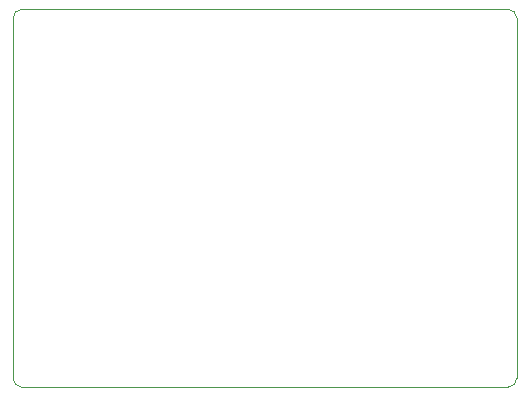
<source format=gm1>
G04 #@! TF.GenerationSoftware,KiCad,Pcbnew,(5.1.6)-1*
G04 #@! TF.CreationDate,2020-08-20T18:03:11-07:00*
G04 #@! TF.ProjectId,dualscreen_sp,6475616c-7363-4726-9565-6e5f73702e6b,rev?*
G04 #@! TF.SameCoordinates,Original*
G04 #@! TF.FileFunction,Profile,NP*
%FSLAX46Y46*%
G04 Gerber Fmt 4.6, Leading zero omitted, Abs format (unit mm)*
G04 Created by KiCad (PCBNEW (5.1.6)-1) date 2020-08-20 18:03:11*
%MOMM*%
%LPD*%
G01*
G04 APERTURE LIST*
G04 #@! TA.AperFunction,Profile*
%ADD10C,0.050000*%
G04 #@! TD*
G04 APERTURE END LIST*
D10*
X30226000Y2540000D02*
G75*
G02*
X30988000Y1778000I0J-762000D01*
G01*
X30988000Y-28702000D02*
G75*
G02*
X30226000Y-29464000I-762000J0D01*
G01*
X-10922000Y-29464000D02*
G75*
G02*
X-11684000Y-28702000I0J762000D01*
G01*
X-11684000Y1778000D02*
G75*
G02*
X-10922000Y2540000I762000J0D01*
G01*
X30226000Y2540000D02*
X-10922000Y2540000D01*
X30988000Y-28702000D02*
X30988000Y1778000D01*
X-10922000Y-29464000D02*
X30226000Y-29464000D01*
X-11684000Y1778000D02*
X-11684000Y-28702000D01*
M02*

</source>
